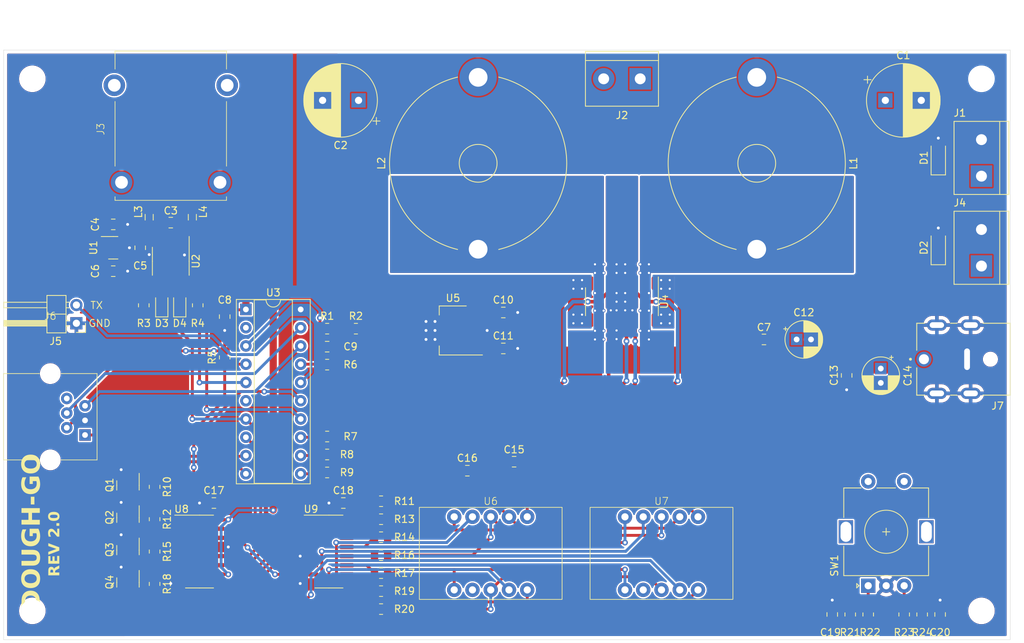
<source format=kicad_pcb>
(kicad_pcb (version 20221018) (generator pcbnew)
  (layers (0 "F.Cu" signal) (31 "B.Cu" signal) (34 "B.Paste" user) (35 "F.Paste" user) (36 "B.SilkS" user "B.Silkscreen") (37 "F.SilkS" user "F.Silkscreen") (38 "B.Mask" user) (39 "F.Mask" user) (44 "Edge.Cuts" user))
  (net 0 "")
  (net 1 "Net-(J2-Pin_1)")
  (net 2 "+12V")
  (net 3 "Net-(J2-Pin_2)")
  (net 4 "+5V")
  (net 5 "Net-(Q3-B)")
  (net 6 "Net-(Q3-C)")
  (net 7 "Net-(Q4-B)")
  (net 8 "Net-(Q4-C)")
  (net 9 "Net-(U2-T-)")
  (net 10 "Net-(U2-T+)")
  (net 11 "/CS")
  (net 12 "/VPP")
  (net 13 "Net-(D4-A)")
  (net 14 "Net-(J3-Pin_1)")
  (net 15 "Net-(J3-Pin_2)")
  (net 17 "Net-(Q1-B)")
  (net 18 "Net-(Q1-C)")
  (net 19 "Net-(Q2-B)")
  (net 20 "Net-(Q2-C)")
  (net 21 "Net-(U4-CS)")
  (net 22 "Net-(U4-PWM)")
  (net 23 "Net-(U4-SEL0)")
  (net 24 "+3.3V")
  (net 25 "/ICSPDAT")
  (net 26 "/ICSPCLK")
  (net 27 "/OUTB")
  (net 28 "/OUTA")
  (net 29 "/IN_A")
  (net 30 "Net-(U4-INA)")
  (net 31 "/IN_B")
  (net 32 "Net-(D3-A)")
  (net 33 "Net-(U4-INB)")
  (net 34 "/DIG_2")
  (net 35 "Net-(U9-Qf)")
  (net 36 "Net-(U9-Qg)")
  (net 37 "Net-(U9-Qa)")
  (net 38 "/DIG_1")
  (net 39 "Net-(U9-Qb)")
  (net 40 "/ENC_B")
  (net 41 "/ENC_A")
  (net 42 "/CS_TC")
  (net 43 "/SCK")
  (net 44 "/DIG_4")
  (net 45 "/DIG_3")
  (net 46 "/DB")
  (net 47 "Net-(U9-Qc)")
  (net 48 "/CS_SR")
  (net 49 "/SEL_0")
  (net 50 "/PWM")
  (net 51 "GND")
  (net 52 "Net-(U9-Qd)")
  (net 53 "/DC")
  (net 54 "/SEG_A")
  (net 55 "/SEG_B")
  (net 56 "/SEG_C")
  (net 57 "/SEG_D")
  (net 58 "/SEG_E")
  (net 59 "/SEG_F")
  (net 60 "/SEG_G")
  (net 61 "/TX")
  (net 62 "/MOSI")
  (net 63 "/MISO")
  (net 64 "Net-(U9-Qe)")
  (net 65 "/DD")
  (net 66 "/DA")
  (net 67 "Net-(R21-Pad1)")
  (net 69 "Net-(R23-Pad1)")
  (net 71 "unconnected-(U3-RC4-Pad6)")
  (footprint "TerminalBlock:TerminalBlock_bornier-2_P5.08mm" (layer "F.Cu") (at 183 32.54 90)
    (fp_text reference "J1")
    (fp_text value "FAN2")
  )
  (footprint "Capacitor_SMD:C_0805_2012Metric" (layer "F.Cu") (at 77.75 52.075 -90)
    (fp_text reference "C8")
    (fp_text value "100n")
  )
  (footprint "Capacitor_SMD:C_0805_2012Metric" (layer "F.Cu") (at 94.25 78 180)
    (fp_text reference "C18")
    (fp_text value "100n")
  )
  (footprint "TerminalBlock:TerminalBlock_bornier-2_P5.08mm" (layer "F.Cu") (at 183 45.04 90)
    (fp_text reference "J4")
    (fp_text value "FAN1")
  )
  (footprint "Capacitor_SMD:C_0805_2012Metric" (layer "F.Cu") (at 116.5 56.5)
    (fp_text reference "C11")
    (fp_text value "330n")
  )
  (footprint "Capacitor_SMD:C_0805_2012Metric" (layer "F.Cu") (at 116.5 51.5)
    (fp_text reference "C10")
    (fp_text value "100n")
  )
  (footprint "Resistor_SMD:R_0805_2012Metric" (layer "F.Cu") (at 77.75 57.75 90)
    (fp_text reference "R5")
    (fp_text value "50k")
  )
  (footprint "Resistor_SMD:R_0805_2012Metric" (layer "F.Cu") (at 99.5 82.75)
    (fp_text reference "R14")
    (fp_text value "R_US")
  )
  (footprint "Resistor_SMD:R_0805_2012Metric" (layer "F.Cu") (at 99.5 85.25)
    (fp_text reference "R16")
    (fp_text value "R_US")
  )
  (footprint "Resistor_SMD:R_0805_2012Metric" (layer "F.Cu") (at 99.5 87.75)
    (fp_text reference "R17")
    (fp_text value "R_US")
  )
  (footprint "Resistor_SMD:R_0805_2012Metric" (layer "F.Cu") (at 99.5 90.25)
    (fp_text reference "R19")
    (fp_text value "R_US")
  )
  (footprint "Resistor_SMD:R_0805_2012Metric" (layer "F.Cu") (at 99.5 92.75)
    (fp_text reference "R20")
    (fp_text value "R_US")
  )
  (footprint "Resistor_SMD:R_0805_2012Metric" (layer "F.Cu") (at 99.5 77.75)
    (fp_text reference "R11")
    (fp_text value "R_US")
  )
  (footprint "Resistor_SMD:R_0805_2012Metric" (layer "F.Cu") (at 99.5 80.25)
    (fp_text reference "R13")
    (fp_text value "R_US")
  )
  (footprint "Resistor_SMD:R_0805_2012Metric" (layer "F.Cu") (at 68 80.25 90)
    (fp_text reference "R12")
    (fp_text value "10k")
  )
  (footprint "Resistor_SMD:R_0805_2012Metric" (layer "F.Cu") (at 68 75.75 90)
    (fp_text reference "R10")
    (fp_text value "10k")
  )
  (footprint "Resistor_SMD:R_0805_2012Metric" (layer "F.Cu") (at 68 89.25 90)
    (fp_text reference "R18")
    (fp_text value "10k")
  )
  (footprint "Resistor_SMD:R_0805_2012Metric" (layer "F.Cu") (at 68 84.75 90)
    (fp_text reference "R15")
    (fp_text value "10k")
  )
  (footprint "Diode_SMD:D_SOD-123" (layer "F.Cu") (at 177 42.5 90)
    (fp_text reference "D2")
    (fp_text value "D")
  )
  (footprint "Diode_SMD:D_SOD-123" (layer "F.Cu") (at 177 30 90)
    (fp_text reference "D1")
    (fp_text value "D")
  )
  (footprint "Capacitor_SMD:C_0805_2012Metric" (layer "F.Cu") (at 177.25 93.5 -90)
    (fp_text reference "C20")
    (fp_text value "10n")
  )
  (footprint "Capacitor_SMD:C_0805_2012Metric" (layer "F.Cu") (at 162.25 93.5 -90)
    (fp_text reference "C19")
    (fp_text value "10n")
  )
  (footprint "Resistor_SMD:R_0805_2012Metric" (layer "F.Cu") (at 174.75 93.5 90)
    (fp_text reference "R24")
    (fp_text value "10k")
  )
  (footprint "Resistor_SMD:R_0805_2012Metric" (layer "F.Cu") (at 172.25 93.5 -90)
    (fp_text reference "R23")
    (fp_text value "10k")
  )
  (footprint "Resistor_SMD:R_0805_2012Metric" (layer "F.Cu") (at 167.25 93.5 -90)
    (fp_text reference "R22")
    (fp_text value "10k")
  )
  (footprint "Resistor_SMD:R_0805_2012Metric" (layer "F.Cu") (at 164.75 93.5 -90)
    (fp_text reference "R21")
    (fp_text value "10k")
  )
  (footprint "1_CUSTOM:RJ11" (layer "F.Cu") (at 53.5 66)
    (fp_text reference "J6")
    (fp_text value "6P6C")
  )
  (footprint "Resistor_SMD:R_0805_2012Metric" (layer "F.Cu") (at 92 58.75)
    (fp_text reference "R6")
    (fp_text value "1k")
  )
  (footprint "Package_DIP:DIP-20_W7.62mm_Socket" (layer "F.Cu") (at 80.7 51.075)
    (fp_text reference "U3")
    (fp_text value "PIC16F18344-P")
  )
  (footprint "Capacitor_SMD:C_0805_2012Metric" (layer "F.Cu") (at 118 72.25)
    (fp_text reference "C15")
    (fp_text value "1u")
  )
  (footprint "Capacitor_SMD:C_0805_2012Metric" (layer "F.Cu") (at 76.25 78 180)
    (fp_text reference "C17")
    (fp_text value "100n")
  )
  (footprint "Package_TO_SOT_SMD:SOT-23" (layer "F.Cu") (at 64.3 89.05 -90)
    (fp_text reference "Q4")
    (fp_text value "BC846")
  )
  (footprint "MountingHole:MountingHole_3.2mm_M3" (layer "F.Cu") (at 51 93)
    (fp_text reference "H3" hide)
    (fp_text value "MountingHole" hide)
  )
  (footprint "Resistor_SMD:R_0805_2012Metric" (layer "F.Cu") (at 92 53.75)
    (fp_text reference "R1")
    (fp_text value "10k")
  )
  (footprint "Inductor_SMD:L_0805_2012Metric" (layer "F.Cu") (at 73.25 38.25 90)
    (fp_text reference "L4")
    (fp_text value "470 ohm")
  )
  (footprint "Package_TO_SOT_SMD:SOT-23" (layer "F.Cu") (at 64.3 80.05 -90)
    (fp_text reference "Q2")
    (fp_text value "BC846")
  )
  (footprint "Resistor_SMD:R_0805_2012Metric" (layer "F.Cu") (at 92 71.25)
    (fp_text reference "R8")
    (fp_text value "1k")
  )
  (footprint "Connector_PinHeader_2.54mm:PinHeader_1x02_P2.54mm_Horizontal" (layer "F.Cu") (at 57.125 53 180)
    (fp_text reference "J5")
    (fp_text value "UART")
  )
  (footprint "Inductor_THT:L_Radial_D24.4mm_P23.90mm_Murata_1400series" (layer "F.Cu") (at 151.75 18.8 -90)
    (fp_text reference "L1")
    (fp_text value "10u")
  )
  (footprint "Capacitor_SMD:C_0805_2012Metric" (layer "F.Cu") (at 92 56.25)
    (fp_text reference "C9")
    (fp_text value "33n")
  )
  (footprint "Package_TO_SOT_SMD:SOT-23" (layer "F.Cu") (at 62.25 42.5)
    (fp_text reference "U1")
    (fp_text value "TLV76033")
  )
  (footprint "Capacitor_SMD:C_0805_2012Metric" (layer "F.Cu") (at 152.75 55.25)
    (fp_text reference "C7")
    (fp_text value "100n")
  )
  (footprint "1_CUSTOM:CUI_PJ-082BH" (layer "F.Cu") (at 184.25 58 90)
    (fp_text reference "J7")
    (fp_text value "PJ-082BH")
  )
  (footprint "Capacitor_THT:CP_Radial_D5.0mm_P2.00mm" (layer "F.Cu") (at 157.294888 55.25)
    (fp_text reference "C12")
    (fp_text value "220u")
  )
  (footprint "Package_TO_SOT_SMD:SOT-23" (layer "F.Cu") (at 64.3 84.55 -90)
    (fp_text reference "Q3")
    (fp_text value "BC846")
  )
  (footprint "Capacitor_THT:CP_Radial_D5.0mm_P2.00mm" (layer "F.Cu") (at 169 59.294888 -90)
    (fp_text reference "C14")
    (fp_text value "100u")
  )
  (footprint "Capacitor_SMD:C_0805_2012Metric" (layer "F.Cu") (at 111.5 73.5 180)
    (fp_text reference "C16")
    (fp_text value "1u")
  )
  (footprint "Diode_SMD:D_SOD-323" (layer "F.Cu") (at 71.5 50.5 90)
    (fp_text reference "D4")
    (fp_text value "1N4148")
  )
  (footprint "1_CUSTOM:LTD-4708JR" (layer "F.Cu") (at 114.75 85)
    (fp_text reference "U6")
    (fp_text value "LTD-4708JR")
  )
  (footprint "TerminalBlock:TerminalBlock_bornier-2_P5.08mm" (layer "F.Cu") (at 135.54 19 180)
    (fp_text reference "J2")
    (fp_text value "TEC")
  )
  (footprint "Resistor_SMD:R_0805_2012Metric" (layer "F.Cu") (at 96 53.75 180)
    (fp_text reference "R2")
    (fp_text value "1.5k")
  )
  (footprint "1_CUSTOM:PCC-SMP" (layer "F.Cu") (at 70.25 33.4 90)
    (fp_text reference "J3")
    (fp_text value "TC")
  )
  (footprint "Capacitor_THT:CP_Radial_D10.0mm_P5.00mm" (layer "F.Cu") (at 96.367677 22 180)
    (fp_text reference "C2")
    (fp_text value "470u")
  )
  (footprint "Package_TO_SOT_SMD:SOT-223" (layer "F.Cu") (at 109.5 54 180)
    (fp_text reference "U5")
    (fp_text value "uA7805")
  )
  (footprint "MountingHole:MountingHole_3.2mm_M3" (layer "F.Cu") (at 183 93)
    (fp_text reference "H4" hide)
    (fp_text value "MountingHole" hide)
  )
  (footprint "Resistor_SMD:R_0805_2012Metric" (layer "F.Cu") (at 74 50.5 90)
    (fp_text reference "R4")
    (fp_text value "10k")
  )
  (footprint "Capacitor_SMD:C_0805_2012Metric" (layer "F.Cu") (at 62.25 39.25)
    (fp_text reference "C4")
    (fp_text value "100n")
  )
  (footprint "Capacitor_SMD:C_0805_2012Metric" (layer "F.Cu") (at 66 42.5 -90)
    (fp_text reference "C5")
    (fp_text value "100n")
  )
  (footprint "Inductor_THT:L_Radial_D24.4mm_P23.90mm_Murata_1400series" (layer "F.Cu") (at 113 42.7 90)
    (fp_text reference "L2")
    (fp_text value "10u")
  )
  (footprint "Rotary_Encoder:RotaryEncoder_Alps_EC11E-Switch_Vertical_H20mm" (layer "F.Cu") (at 167.25 89.5 90)
    (fp_text reference "SW1")
    (fp_text value "RotaryEncoder")
  )
  (footprint "Resistor_SMD:R_0805_2012Metric" (layer "F.Cu") (at 66.5 50.5 90)
    (fp_text reference "R3")
    (fp_text value "10k")
  )
  (footprint "Capacitor_SMD:C_0805_2012Metric" (layer "F.Cu") (at 62.25 45.75)
    (fp_text reference "C6")
    (fp_text value "100n")
  )
  (footprint "Resistor_SMD:R_0805_2012Metric" (layer "F.Cu") (at 92 73.75)
    (fp_text reference "R9")
    (fp_text value "1k")
  )
  (footprint "Inductor_SMD:L_0805_2012Metric" (layer "F.Cu") (at 67.25 38.25 90)
    (fp_text reference "L3")
    (fp_text value "470 ohm")
  )
  (footprint "Capacitor_SMD:C_0805_2012Metric" (layer "F.Cu") (at 164.25 60.25 -90)
    (fp_text reference "C13")
    (fp_text value "4.7u")
  )
  (footprint "Capacitor_SMD:C_0805_2012Metric" (layer "F.Cu") (at 70.25 39 180)
    (fp_text reference "C3")
    (fp_text value "10n")
  )
  (footprint "MountingHole:MountingHole_3.2mm_M3" (layer "F.Cu") (at 51 19)
    (fp_text reference "H1" hide)
    (fp_text value "MountingHole" hide)
  )
  (footprint "Capacitor_THT:CP_Radial_D10.0mm_P5.00mm" (layer "F.Cu") (at 169.632323 22)
    (fp_text reference "C1")
    (fp_text value "470u")
  )
  (footprint "Package_SO:SOIC-16_3.9x9.9mm_P1.27mm" (layer "F.Cu") (at 92.25 84.75)
    (fp_text reference "U9")
    (fp_text value "4511")
  )
  (footprint "Package_SO:SOIC-8_3.9x4.9mm_P1.27mm" (layer "F.Cu") (at 70.25 44.375 -90)
    (fp_text reference "U2")
    (fp_text value "MAX31855KASA")
  )
  (footprint "1_CUSTOM:LTD-4708JR" (layer "F.Cu") (at 138.5 85)
    (fp_text reference "U7")
    (fp_text value "LTD-4708JR")
  )
  (footprint "Package_SO:SOIC-16_3.9x9.9mm_P1.27mm" (layer "F.Cu") (at 74.25 84.75)
    (fp_text reference "U8")
    (fp_text value "74AHC595")
  )
  (footprint "Resistor_SMD:R_0805_2012Metric" (layer "F.Cu") (at 92 68.75)
    (fp_text reference "R7")
    (fp_text value "1k")
  )
  (footprint "Diode_SMD:D_SOD-323" (layer "F.Cu") (at 69 50.5 90)
    (fp_text reference "D3")
    (fp_text value "1N4148")
  )
  (footprint "Package_SO:SO-16_3.9x9.9mm_P1.27mm" (layer "F.Cu") (at 133 50 -90)
    (fp_text reference "U4")
    (fp_text value "VNH7070ASTR")
  )
  (footprint "Package_TO_SOT_SMD:SOT-23" (layer "F.Cu") (at 64.3 75.55 -90)
    (fp_text reference "Q1")
    (fp_text value "BC846")
  )
  (footprint "MountingHole:MountingHole_3.2mm_M3" (layer "F.Cu") (at 183 19)
    (fp_text reference "H2" hide)
    (fp_text value "MountingHole" hide)
  )
  (gr_line (start 47 97) (end 47 15) (stroke (width 0.05)) (layer "Edge.Cuts"))
  (gr_line (start 187 97) (end 47 97) (stroke (width 0.05)) (layer "Edge.Cuts"))
  (gr_line (start 187 15) (end 187 97) (stroke (width 0.05)) (layer "Edge.Cuts"))
  (gr_line (start 47 15) (end 187 15) (stroke (width 0.05)) (layer "Edge.Cuts"))
  (gr_text "DOUGH-GO" (at 51 82 90) (layer "F.SilkS") (effects (font (size 2.5 2.5) (thickness 0.5) bold)))
  (gr_text "GND" (at 58.75 53) (layer "F.SilkS") (effects (font (size 1 1) (thickness 0.125)) (justify left)))
  (gr_text "TX" (at 59 50.5) (layer "F.SilkS") (effects (font (size 1 1) (thickness 0.125)) (justify left)))
  (gr_text "REV 2.0" (at 55 88.25 90) (layer "F.SilkS") (effects (font (size 1.5 1.5) (thickness 0.3) bold) (justify left bottom)))
  (via (at 132.25 55.2) (size 0.5) (drill 0.3) (layers "F.Cu" "B.Cu") (net 2))
  (via (at 134.45 51.2) (size 0.5) (drill 0.3) (layers "F.Cu" "B.Cu") (net 2))
  (via (at 133.45 44.8) (size 0.5) (drill 0.3) (layers "F.Cu" "B.Cu") (net 2))
  (via (at 133.45 48.8) (size 0.5) (drill 0.3) (layers "F.Cu" "B.Cu") (net 2))
  (via (at 132.25 48.8) (size 0.5) (drill 0.3) (layers "F.Cu" "B.Cu") (net 2))
  (via (at 133.45 46) (size 0.5) (drill 0.3) (layers "F.Cu" "B.Cu") (net 2))
  (via (at 132.25 44.8) (size 0.5) (drill 0.3) (layers "F.Cu" "B.Cu") (net 2))
  (via (at 132.25 51.2) (size 0.5) (drill 0.3) (layers "F.Cu" "B.Cu") (net 2))
  (via (at 131.45 51.2) (size 0.5) (drill 0.3) (layers "F.Cu" "B.Cu") (net 2))
  (via (at 133.45 51.2) (size 0.5) (drill 0.3) (layers "F.Cu" "B.Cu") (net 2))
  (via (at 133.45 50) (size 0.5) (drill 0.3) (layers "F.Cu" "B.Cu") (net 2))
  (via (at 132.25 54) (size 0.5) (drill 0.3) (layers "F.Cu" "B.Cu") (net 2))
  (via (at 132.25 46) (size 0.5) (drill 0.3) (layers "F.Cu" "B.Cu") (net 2))
  (via (at 132.25 50) (size 0.5) (drill 0.3) (layers "F.Cu" "B.Cu") (net 2))
  (segment (start 80.7 48.8) (end 80.7 51.075) (width 1) (layer "F.Cu") (net 4))
  (segment (start 93.695 80.305) (end 91.155 82.845) (width 0.4) (layer "F.Cu") (net 4))
  (segment (start 95.15 76.5) (end 95.2 76.55) (width 1) (layer "F.Cu") (net 4))
  (segment (start 90.68 84.115) (end 91.155 83.64) (width 0.4) (layer "F.Cu") (net 4))
  (segment (start 61.3125 43.45) (end 61.3625 43.5) (width 1) (layer "F.Cu") (net 4))
  (segment (start 95.5 76.25) (end 143.25 76.25) (width 0.4) (layer "F.Cu") (net 4))
  (segment (start 95.2 76.55) (end 95.5 76.25) (width 0.4) (layer "F.Cu") (net 4))
  (segment (start 77.75 56.8375) (end 76.25 56.8375) (width 0.4) (layer "F.Cu") (net 4))
  (segment (start 76.725 80.305) (end 78.25 80.305) (width 0.4) (layer "F.Cu") (net 4))
  (segment (start 61.3 45.75) (end 61.3 43.4625) (width 0.5) (layer "F.Cu") (net 4))
  (segment (start 167.25 93.75) (end 167.25 94.4125) (width 0.4) (layer "F.Cu") (net 4))
  (segment (start 77.75 51.125) (end 79.25 51.125) (width 0.4) (layer "F.Cu") (net 4))
  (segment (start 95.2 76.55) (end 95.2 78) (width 1) (layer "F.Cu") (net 4))
  (segment (start 84.5 76.5) (end 95.15 76.5) (width 1) (layer "F.Cu") (net 4))
  (segment (start 63.75 43.5) (end 65.25 45) (width 1) (layer "F.Cu") (net 4))
  (segment (start 64.274556 56.8375) (end 72.3375 56.8375) (width 0.4) (layer "F.Cu") (net 4))
  (segment (start 109.7 51.7) (end 112.65 51.7) (width 1) (layer "F.Cu") (net 4))
  (segment (start 55.786 67.524) (end 57 66.31) (width 0.4) (layer "F.Cu") (net 4))
  (segment (start 77.75 56.8375) (end 77.75 55.575) (width 0.4) (layer "F.Cu") (net 4))
  (segment (start 94.725 80.305) (end 93.695 80.305) (width 0.4) (layer "F.Cu") (net 4))
  (segment (start 77.2 78) (end 77.2 80.2) (width 0.5) (layer "F.Cu") (net 4))
  (segment (start 167.25 94.4125) (end 172.25 94.4125) (width 0.4) (layer "F.Cu") (net 4))
  (segment (start 77.75 55.575) (end 79.25 54.075) (width 0.4) (layer "F.Cu") (net 4))
  (segment (start 57 64.112056) (end 64.274556 56.8375) (width 0.4) (layer "F.Cu") (net 4))
  (segment (start 80.65 48.75) (end 84.5 48.75) (width 1) (layer "F.Cu") (net 4))
  (segment (start 76.725 87.925) (end 78.25 87.925) (width 0.4) (layer "F.Cu") (net 4))
  (segment (start 106.75 48.75) (end 109.7 51.7) (width 1) (layer "F.Cu") (net 4))
  (segment (start 167 93.5) (end 167.25 93.75) (width 0.4) (layer "F.Cu") (net 4))
  (segment (start 84.5 76.5) (end 84.5 48.75) (width 1) (layer "F.Cu") (net 4))
  (segment (start 89.775 84.115) (end 90.68 84.115) (width 0.4) (layer "F.Cu") (net 4))
  (segment (start 61.3625 43.5) (end 63.75 43.5) (width 1) (layer "F.Cu") (net 4))
  (segment (start 57 66.31) (end 57 64.112056) (width 0.4) (layer "F.Cu") (net 4))
  (segment (start 160.5 93.5) (end 167 93.5) (width 0.4) (layer "F.Cu") (net 4))
  (segment (start 95.2 78) (end 95.2 80.2) (width 1) (layer "F.Cu") (net 4))
  (segment (start 76.9 45) (end 80.65 48.75) (width 1) (layer "F.Cu") (net 4))
  (segment (start 84.5 79) (end 84.5 76.5) (width 1) (layer "F.Cu") (net 4))
  (segment (start 143.25 76.25) (end 160.5 93.5) (width 0.4) (layer "F.Cu") (net 4))
  (segment (start 65.25 45) (end 76.9 45) (width 1) (layer "F.Cu") (net 4))
  (segment (start 79.25 51.125) (end 80.65 51.125) (width 0.4) (layer "F.Cu") (net 4))
  (segment (start 79.25 54.075) (end 79.25 51.125) (width 0.4) (layer "F.Cu") (net 4))
  (segment (start 91.155 83.64) (end 91.155 82.845) (width 0.4) (layer "F.Cu") (net 4))
  (segment (start 91.155 82.845) (end 89.775 82.845) (width 0.4) (layer "F.Cu") (net 4))
  (segment (start 84.5 48.75) (end 106.75 48.75) (width 1) (layer "F.Cu") (net 4))
  (via (at 72.3375 56.8375) (size 0.8) (drill 0.4) (layers "F.Cu" "B.Cu") (net 4))
  (via (at 76.25 56.8375) (size 0.8) (drill 0.4) (layers "F.Cu" "B.Cu") (net 4))
  (via (at 78.25 80.305) (size 0.8) (drill 0.4) (layers "F.Cu" "B.Cu") (net 4))
  (via (at 84.5 79) (size 0.8) (drill 0.4) (layers "F.Cu" "B.Cu") (net 4))
  (via (at 78.25 87.925) (size 0.8) (drill 0.4) (layers "F.Cu" "B.Cu") (net 4))
  (segment (start 78.25 80.305) (end 79.555 79) (width 0.4) (layer "B.Cu") (net 4))
  (segment (start 78.25 80.305) (end 77.25 81.305) (width 0.4) (layer "B.Cu") (net 4))
  (segment (start 77.25 86.925) (end 78.25 87.925) (width 0.4) (layer "B.Cu") (net 4))
  (segment (start 79.555 79) (end 84.5 79) (width 0.4) (layer "B.Cu") (net 4))
  (segment (start 77.25 81.305) (end 77.25 86.925) (width 0.4) (layer "B.Cu") (net 4))
  (segment (start 76.25 56.8375) (end 72.3375 56.8375) (width 0.4) (layer "B.Cu") (net 4))
  (segment (start 68 83.8375) (end 65.475 83.8375) (width 0.4) (layer "F.Cu") (net 5))
  (segment (start 62.25 86.25) (end 63.0125 85.4875) (width 0.4) (layer "F.Cu") (net 6))
  (segment (start 88.815686 93) (end 65.25 93) (width 0.4) (layer "F.Cu") (net 6))
  (segment (start 63.0125 85.4875) (end 64.3 85.4875) (width 0.4) (layer "F.Cu") (net 6))
  (segment (start 91.25 84.720564) (end 91.25 90.565686) (width 0.4) (layer "F.Cu") (net 6))
  (segment (start 62.25 90) (end 62.25 86.25) (width 0.4) (layer "F.Cu") (net 6))
  (segment (start 91.25 90.565686) (end 88.815686 93) (width 0.4) (layer "F.Cu") (net 6))
  (segment (start 65.25 93) (end 62.25 90) (width 0.4) (layer "F.Cu") (net 6))
  (via (at 91.25 84.720564) (size 0.8) (drill 0.4) (layers "F.Cu" "B.Cu") (net 6))
  (segment (start 133.529436 84.720564) (end 135.96 82.29) (width 0.4) (layer "B.Cu") (net 6))
  (segment (start 135.96 82.29) (end 135.96 79.92) (width 0.4) (layer "B.Cu") (net 6))
  (segment (start 91.25 84.720564) (end 133.529436 84.720564) (width 0.4) (layer "B.Cu") (net 6))
  (segment (start 68 88.3375) (end 65.475 88.3375) (width 0.4) (layer "F.Cu") (net 7))
  (segment (start 64.3 91.1125) (end 64.3 89.9875) (width 0.4) (layer "F.Cu") (net 8))
  (segment (start 65.4375 92.25) (end 64.3 91.1125) (width 0.4) (layer "F.Cu") (net 8))
  (segment (start 89.75 90.75) (end 88.25 92.25) (width 0.4) (layer "F.Cu") (net 8))
  (segment (start 88.25 92.25) (end 65.4375 92.25) (width 0.4) (layer "F.Cu") (net 8))
  (via (at 89.75 90.75) (size 0.8) (drill 0.4) (layers "F.Cu" "B.Cu") (net 8))
  (segment (start 89.75 88.25) (end 92 86) (width 0.4) (layer "B.Cu") (net 8))
  (segment (start 92 86) (end 136.96 86) (width 0.4) (layer "B.Cu") (net 8))
  (segment (start 136.96 86) (end 141.04 90.08) (width 0.4) (layer "B.Cu") (net 8))
  (segment (start 89.75 90.75) (end 89.75 88.25) (width 0.4) (layer "B.Cu") (net 8))
  (segment (start 91.0875 56.2125) (end 91.05 56.25) (width 0.4) (layer "F.Cu") (net 11))
  (segment (start 91.0875 53.75) (end 91.0875 56.2125) (width 0.4) (layer "F.Cu") (net 11))
  (segment (start 91 52.25) (end 91 53.6625) (width 0.4) (layer "F.Cu") (net 11))
  (segment (start 91 53.6625) (end 91.0875 53.75) (width 0.4) (layer "F.Cu") (net 11))
  (via (at 91 52.25) (size 0.8) (drill 0.4) (layers "F.Cu" "B.Cu") (net 11))
  (segment (start 89.625 49.875) (end 91 51.25) (width 0.4) (layer "B.Cu") (net 11))
  (segment (start 80.7 56.155) (end 86.98 49.875) (width 0.4) (layer "B.Cu") (net 11))
  (segment (start 91 51.25) (end 91 52.25) (width 0.4) (layer "B.Cu") (net 11))
  (segment (start 86.98 49.875) (end 89.625 49.875) (width 0.4) (layer "B.Cu") (net 11))
  (segment (start 80.7 58.695) (end 77.7925 58.695) (width 0.4) (layer "F.Cu") (net 12))
  (segment (start 72.841371 68.54) (end 58.326 68.54) (width 0.4) (layer "F.Cu") (net 12))
  (segment (start 77.75 63.631371) (end 72.841371 68.54) (width 0.4) (layer "F.Cu") (net 12))
  (segment (start 77.75 58.6625) (end 77.75 63.631371) (width 0.4) (layer "F.Cu") (net 12))
  (segment (start 69.615 48.615) (end 70.45 49.45) (width 0.4) (layer "F.Cu") (net 13))
  (segment (start 71.5 49.45) (end 73.8625 49.45) (width 0.4) (layer "F.Cu") (net 13))
  (segment (start 70.45 49.45) (end 71.5 49.45) (width 0.4) (layer "F.Cu") (net 13))
  (segment (start 69.615 46.85) (end 69.615 48.615) (width 0.4) (layer "F.Cu") (net 13))
  (segment (start 68 74.8375) (end 65.475 74.8375) (width 0.4) (layer "F.Cu") (net 17))
  (segment (start 63.0125 76.4875) (end 64.3 76.4875) (width 0.4) (layer "F.Cu") (net 18))
  (segment (start 90 94.5) (end 64.75 94.5) (width 0.4) (layer "F.Cu") (net 18))
  (segment (start 93.3 83.55) (end 93.3 91.2) (width 0.4) (layer "F.Cu") (net 18))
  (segment (start 64.75 94.5) (end 60.75 90.5) (width 0.4) (layer "F.Cu") (net 18))
  (segment (start 60.75 90.5) (end 60.75 78.75) (width 0.4) (layer "F.Cu") (net 18))
  (segment (start 93.3 91.2) (end 90 94.5) (width 0.4) (layer "F.Cu") (net 18))
  (segment (start 60.75 78.75) (end 63.0125 76.4875) (width 0.4) (layer "F.Cu") (net 18))
  (segment (start 93.25 83.5) (end 93.3 83.55) (width 0.4) (layer "F.Cu") (net 18))
  (via (at 93.25 83.5) (size 0.8) (drill 0.4) (layers "F.Cu" "B.Cu") (net 18))
  (segment (start 108.63 83.5) (end 112.21 79.92) (width 0.4) (layer "B.Cu") (net 18))
  (segment (start 112.25 79.88) (end 112.21 79.92) (width 0.4) (layer "B.Cu") (net 18))
  (segment (start 93.25 83.5) (end 108.63 83.5) (width 0.4) (layer "B.Cu") (net 18))
  (segment (start 68 79.3375) (end 65.475 79.3375) (width 0.4) (layer "F.Cu") (net 19))
  (segment (start 61.5 82.5) (end 63.0125 80.9875) (width 0.4) (layer "F.Cu") (net 20))
  (segment (start 92.25 91) (end 89.5 93.75) (width 0.4) (layer "F.Cu") (net 20))
  (segment (start 89.5 93.75) (end 65 93.75) (width 0.4) (layer "F.Cu") (net 20))
  (segment (start 63.0125 80.9875) (end 64.3 80.9875) (width 0.4) (layer "F.Cu") (net 20))
  (segment (start 61.5 90.25) (end 61.5 82.5) (width 0.4) (layer "F.Cu") (net 20))
  (segment (start 65 93.75) (end 61.5 90.25) (width 0.4) (layer "F.Cu") (net 20))
  (segment (start 92.25 87.25) (end 92.25 91) (width 0.4) (layer "F.Cu") (net 20))
  (via (at 92.25 87.25) (size 0.8) (drill 0.4) (layers "F.Cu" "B.Cu") (net 20))
  (segment (start 114.46 87.25) (end 117.29 90.08) (width 0.4) (layer "B.Cu") (net 20))
  (segment (start 92.25 87.25) (end 114.46 87.25) (width 0.4) (layer "B.Cu") (net 20))
  (segment (start 92.9125 53.75) (end 95.0875 53.75) (width 0.4) (layer "F.Cu") (net 21))
  (segment (start 133.635 52.575) (end 133.635 55.5) (width 0.5) (layer "F.Cu") (net 21))
  (segment (start 133.635 61) (end 127.135 67.5) (width 0.5) (layer "F.Cu") (net 21))
  (segment (start 127.135 67.5) (end 118.5 67.5) (width 0.5) (layer "F.Cu") (net 21))
  (via (at 133.635 55.5) (size 0.8) (drill 0.4) (layers "F.Cu" "B.Cu") (net 21))
  (via (at 133.635 61) (size 0.8) (drill 0.4) (layers "F.Cu" "B.Cu") (net 21))
  (segment (start 133.635 55.5) (end 133.635 61) (width 0.5) (layer "B.Cu") (net 21))
  (segment (start 131.095 52.575) (end 131.15 52.63) (width 0.5) (layer "F.Cu") (net 22))
  (segment (start 126.5 66.5) (end 118.5 66.5) (width 0.5) (layer "F.Cu") (net 22))
  (segment (start 131.15 52.63) (end 131.15 61.85) (width 0.5) (layer "F.Cu") (net 22))
  (segment (start 131.15 61.85) (end 126.5 66.5) (width 0.5) (layer "F.Cu") (net 22))
  (segment (start 134.85 61) (end 134.85 61.4) (width 0.5) (layer "F.Cu") (net 23))
  (segment (start 134.85 55.5) (end 134.85 52.63) (width 0.5) (layer "F.Cu") (net 23))
  (segment (start 134.85 52.63) (end 134.905 52.575) (width 0.5) (layer "F.Cu") (net 23))
  (segment (start 127.75 68.5) (end 118.5 68.5) (width 0.5) (layer "F.Cu") (net 23))
  (segment (start 134.85 61.4) (end 127.75 68.5) (width 0.5) (layer "F.Cu") (net 23))
  (via (at 134.85 55.5) (size 0.8) (drill 0.4) (layers "F.Cu" "B.Cu") (net 23))
  (via (at 134.85 61) (size 0.8) (drill 0.4) (layers "F.Cu" "B.Cu") (net 23))
  (segment (start 134.85 55.5) (end 134.85 61) (width 0.5) (layer "B.Cu") (net 23))
  (segment (start 64.4125 51.4125) (end 66.5 51.4125) (width 0.5) (layer "F.Cu") (net 24))
  (segment (start 61.3125 41.55) (end 68.3 41.55) (width 0.5) (layer "F.Cu") (net 24))
  (segment (start 68.3 41.55) (end 68.345 41.595) (width 0.5) (layer "F.Cu") (net 24))
  (segment (start 60 47) (end 64.4125 51.4125) (width 0.5) (layer "F.Cu") (net 24))
  (segment (start 60 42) (end 60 47) (width 0.5) (layer "F.Cu") (net 24))
  (segment (start 66.8 51.55) (end 66 51.55) (width 0.4) (layer "F.Cu") (net 24))
  (segment (start 67.5875 51.4125) (end 68.5 50.5) (width 0.5) (layer "F.Cu") (net 24))
  (segment (start 72 50.5) (end 72.9125 51.4125) (width 0.5) (layer "F.Cu") (net 24))
  (segment (start 68.5 50.5) (end 72 50.5) (width 0.5) (layer "F.Cu") (net 24))
  (segment (start 66.5 51.4125) (end 67.5875 51.4125) (width 0.5) (layer "F.Cu") (net 24))
  (segment (start 61.3 39.25) (end 61.3 41.5375) (width 0.5) (layer "F.Cu") (net 24))
  (segment (start 61.3125 41.55) (end 60.45 41.55) (width 0.5) (layer "F.Cu") (net 24))
  (segment (start 60.45 41.55) (end 60 42) (width 0.5) (layer "F.Cu") (net 24))
  (segment (start 72.9125 51.4125) (end 74 51.4125) (width 0.5) (layer "F.Cu") (net 24))
  (segment (start 81.935 60) (end 61.112056 60) (width 0.4) (layer "B.Cu") (net 25))
  (segment (start 88.32 53.615) (end 81.935 60) (width 0.4) (layer "B.Cu") (net 25))
  (segment (start 61.112056 60) (end 55.786 65.326056) (width 0.4) (layer "B.Cu") (net 25))
  (segment (start 55.786 65.326056) (end 55.786 65.492) (width 0.4) (layer "B.Cu") (net 25))
  (segment (start 81.975 62.5) (end 60.302 62.5) (width 0.4) (layer "B.Cu") (net 26))
  (segment (start 88.32 56.155) (end 81.975 62.5) (width 0.4) (layer "B.Cu") (net 26))
  (segment (start 60.302 62.5) (end 58.326 64.476) (width 0.4) (layer "B.Cu") (net 26))
  (via (at 129.25 44.8) (size 0.5) (drill 0.3) (layers "F.Cu" "B.Cu") (net 27))
  (via (at 130.45 46) (size 0.5) (drill 0.3) (layers "F.Cu" "B.Cu") (net 27))
  (via (at 129.25 54.05) (size 0.5) (drill 0.3) (layers "F.Cu" "B.Cu") (net 27))
  (via (at 130.45 51.25) (size 0.5) (drill 0.3) (layers "F.Cu" "B.Cu") (net 27))
  (via (at 129.25 46) (size 0.5) (drill 0.3) (layers "F.Cu" "B.Cu") (net 27))
  (via (at 130.45 55.25) (size 0.5) (drill 0.3) (layers "F.Cu" "B.Cu") (net 27))
  (via (at 130.45 44.8) (size 0.5) (drill 0.3) (layers "F.Cu" "B.Cu") (net 27))
  (via (at 129.25 55.25) (size 0.5) (drill 0.3) (layers "F.Cu" "B.Cu") (net 27))
  (via (at 129.25 48.8) (size 0.5) (drill 0.3) (layers "F.Cu" "B.Cu") (net 27))
  (via (at 130.45 54.05) (size 0.5) (drill 0.3) (layers "F.Cu" "B.Cu") (net 27))
  (via (at 129.25 51.25) (size 0.5) (drill 0.3) (layers "F.Cu" "B.Cu") (net 27))
  (via (at 136.75 54.05) (size 0.5) (drill 0.3) (layers "F.Cu" "B.Cu") (net 28))
  (via (at 136.75 46) (size 0.5) (drill 0.3) (layers "F.Cu" "B.Cu") (net 28))
  (via (at 136.75 55.25) (size 0.5) (drill 0.3) (layers "F.Cu" "B.Cu") (net 28))
  (via (at 135.55 44.8) (size 0.5) (drill 0.3) (layers "F.Cu" "B.Cu") (net 28))
  (via (at 136.75 44.8) (size 0.5) (drill 0.3) (layers "F.Cu" "B.Cu") (net 28))
  (via (at 136.75 48.8) (size 0.5) (drill 0.3) (layers "F.Cu" "B.Cu") (net 28))
  (via (at 135.55 46) (size 0.5) (drill 0.3) (layers "F.Cu" "B.Cu") (net 28))
  (via (at 135.55 51.25) (size 0.5) (drill 0.3) (layers "F.Cu" "B.Cu") (net 28))
  (via (at 136.75 51.25) (size 0.5) (drill 0.3) (layers "F.Cu" "B.Cu") (net 28))
  (via (at 135.55 54.05) (size 0.5) (drill 0.3) (layers "F.Cu" "B.Cu") (net 28))
  (segment (start 88.32 71.395) (end 90.9425 71.395) (width 0.4) (layer "F.Cu") (net 29))
  (segment (start 88.355 71.395) (end 88.32 71.395) (width 0.4) (layer "B.Cu") (net 29))
  (segment (start 132.25 69.5) (end 118.5 69.5) (width 0.5) (layer "F.Cu") (net 30))
  (segment (start 140.75 61) (end 132.25 69.5) (width 0.5) (layer "F.Cu") (net 30))
  (segment (start 136.25 50) (end 137.75 50) (width 0.5) (layer "F.Cu") (net 30))
  (segment (start 134.905 48.655) (end 136.25 50) (width 0.5) (layer "F.Cu") (net 30))
  (segment (start 134.905 47.425) (end 134.85 47.37) (width 0.5) (layer "F.Cu") (net 30))
  (segment (start 134.905 47.425) (end 134.905 48.655) (width 0.5) (layer "F.Cu") (net 30))
  (via (at 140.75 61) (size 0.8) (drill 0.4) (layers "F.Cu" "B.Cu") (net 30))
  (via (at 137.75 50) (size 0.8) (drill 0.4) (layers "F.Cu" "B.Cu") (net 30))
  (segment (start 137.75 50) (end 139.5 50) (width 0.5) (layer "B.Cu") (net 30))
  (segment (start 140.75 51.25) (end 140.75 61) (width 0.5) (layer "B.Cu") (net 30))
  (segment (start 139.5 50) (end 140.75 51.25) (width 0.5) (layer "B.Cu") (net 30))
  (segment (start 88.32 73.935) (end 90.9025 73.935) (width 0.4) (layer "F.Cu") (net 31))
  (segment (start 69 48.75) (end 69 49.45) (width 0.4) (layer "F.Cu") (net 32))
  (segment (start 68.345 48.095) (end 69 48.75) (width 0.4) (layer "F.Cu") (net 32))
  (segment (start 69 49.45) (end 66.6375 49.45) (width 0.4) (layer "F.Cu") (net 32))
  (segment (start 68.345 46.85) (end 68.345 48.095) (width 0.4) (layer "F.Cu") (net 32))
  (segment (start 128.25 50) (end 129.75 50) (width 0.5) (layer "F.Cu") (net 33))
  (segment (start 129.75 50) (end 131.095 48.655) (width 0.5) (layer "F.Cu") (net 33))
  (segment (start 131.095 47.425) (end 131.15 47.37) (width 0.5) (layer "F.Cu") (net 33))
  (segment (start 120.75 65.25) (end 118.5 65.25) (width 0.5) (layer "F.Cu") (net 33))
  (segment (start 125 61) (end 120.75 65.25) (width 0.5) (layer "F.Cu") (net 33))
  (segment (start 131.095 48.655) (end 131.095 47.425) (width 0.5) (layer "F.Cu") (net 33))
  (via (at 125 61) (size 0.8) (drill 0.4) (layers "F.Cu" "B.Cu") (net 33))
  (via (at 128.25 50) (size 0.8) (drill 0.4) (layers "F.Cu" "B.Cu") (net 33))
  (segment (start 126.2 50) (end 125 51.2) (width 0.5) (layer "B.Cu") (net 33))
  (segment (start 125 51.2) (end 125 61) (width 0.5) (layer "B.Cu") (net 33))
  (segment (start 128.25 50) (end 126.2 50) (width 0.5) (layer "B.Cu") (net 33))
  (segment (start 68.9125 81.1625) (end 68 81.1625) (width 0.4) (layer "F.Cu") (net 34))
  (segment (start 71.775 85.385) (end 70.385 85.385) (width 0.4) (layer "F.Cu") (net 34))
  (segment (start 70.385 85.385) (end 69.25 84.25) (width 0.4) (layer "F.Cu") (net 34))
  (segment (start 69.25 84.25) (end 69.25 81.5) (width 0.4) (layer "F.Cu") (net 34))
  (segment (start 69.25 81.5) (end 68.9125 81.1625) (width 0.4) (layer "F.Cu") (net 34))
  (segment (start 96.1 81.575) (end 94.725 81.575) (width 0.4) (layer "F.Cu") (net 35))
  (segment (start 97.25 79.0875) (end 97.25 80.425) (width 0.4) (layer "F.Cu") (net 35))
  (segment (start 98.5875 77.75) (end 97.25 79.0875) (width 0.4) (layer "F.Cu") (net 35))
  (segment (start 97.25 80.425) (end 96.1 81.575) (width 0.4) (layer "F.Cu") (net 35))
  (segment (start 98.5875 80.25) (end 95.9925 82.845) (width 0.4) (layer "F.Cu") (net 36))
  (segment (start 95.9925 82.845) (end 94.725 82.845) (width 0.4) (layer "F.Cu") (net 36))
  (segment (start 97.2225 84.115) (end 94.725 84.115) (width 0.4) (layer "F.Cu") (net 37))
  (segment (start 98.5875 82.75) (end 97.2225 84.115) (width 0.4) (layer "F.Cu") (net 37))
  (segment (start 70 83.5) (end 70.615 84.115) (width 0.4) (layer "F.Cu") (net 38))
  (segment (start 70 77.5) (end 70 83.5) (width 0.4) (layer "F.Cu") (net 38))
  (segment (start 69.1625 76.6625) (end 70 77.5) (width 0.4) (layer "F.Cu") (net 38))
  (segment (start 70.615 84.115) (end 71.775 84.115) (width 0.4) (layer "F.Cu") (net 38))
  (segment (start 68 76.6625) (end 69.1625 76.6625) (width 0.4) (layer "F.Cu") (net 38))
  (segment (start 98.4525 85.385) (end 95.8 85.385) (width 0.4) (layer "F.Cu") (net 39))
  (segment (start 80.595 71.5) (end 62 71.5) (width 0.4) (layer "F.Cu") (net 40))
  (segment (start 174.7875 94.45) (end 174.75 94.4125) (width 0.4) (layer "F.Cu") (net 40))
  (segment (start 174.75 95.290625) (end 174.75 94.4125) (width 0.4) (layer "F.Cu") (net 40))
  (segment (start 59.25 74.25) (end 59.25 91) (width 0.4) (layer "F.Cu") (net 40))
  (segment (start 177.25 94.45) (end 174.7875 94.45) (width 0.4) (layer "F.Cu") (net 40))
  (segment (start 80.7 71.395) (end 80.595 71.5) (width 0.4) (layer "F.Cu") (net 40))
  (segment (start 64.25 96) (end 174.040625 96) (width 0.4) (layer "F.Cu") (net 40))
  (segment (start 59.25 91) (end 64.25 96) (width 0.4) (layer "F.Cu") (net 40))
  (segment (start 62 71.5) (end 59.25 74.25) (width 0.4) (layer "F.Cu") (net 40))
  (segment (start 174.040625 96) (end 174.75 95.290625) (width 0.4) (layer "F.Cu") (net 40))
  (segment (start 64.5 95.25) (end 60 90.75) (width 0.4) (layer "F.Cu") (net 41))
  (segment (start 162.2875 94.4125) (end 162.25 94.45) (width 0.4) (layer "F.Cu") (net 41))
  (segment (start 164.75 94.4125) (end 162.2875 94.4125) (width 0.4) (layer "F.Cu") (net 41))
  (segment (start 60 90.75) (end 60 74.5) (width 0.4) (layer "F.Cu") (net 41))
  (segment (start 60 74.5) (end 62.25 72.25) (width 0.4) (layer "F.Cu") (net 41))
  (segment (start 161.45 95.25) (end 64.5 95.25) (width 0.4) (layer "F.Cu") (net 41))
  (segment (start 79.015 72.25) (end 80.7 73.935) (width 0.4) (layer "F.Cu") (net 41))
  (segment (start 62.25 72.25) (end 79.015 72.25) (width 0.4) (layer "F.Cu") (net 41))
  (segment (start 162.25 94.45) (end 161.45 95.25) (width 0.4) (layer "F.Cu") (net 41))
  (segment (start 74.25 54.3) (end 71.5 51.55) (width 0.4) (layer "F.Cu") (net 42))
  (segment (start 74.25 61.235) (end 74.25 54.3) (width 0.4) (layer "F.Cu") (net 42))
  (via (at 74.25 61.235) (size 0.8) (drill 0.4) (layers "F.Cu" "B.Cu") (net 42))
  (segment (start 80.7 61.235) (end 74.25 61.235) (width 0.4) (layer "B.Cu") (net 42))
  (segment (start 73.25 55.8) (end 69 51.55) (width 0.4) (layer "F.Cu") (net 43))
  (segment (start 82.75 68.365) (end 80.7 66.315) (width 0.4) (layer "F.Cu") (net 43))
  (segment (start 73.25 66.315) (end 73.25 55.8) (width 0.4) (layer "F.Cu") (net 43))
  (segment (start 80.97 86.655) (end 82.75 84.875) (width 0.4) (layer "F.Cu") (net 43))
  (segment (start 82.75 84.875) (end 82.75 68.365) (width 0.4) (layer "F.Cu") (net 43))
  (segment (start 76.725 86.655) (end 80.97 86.655) (width 0.4) (layer "F.Cu") (net 43))
  (via (at 73.25 66.315) (size 0.8) (drill 0.4) (layers "F.Cu" "B.Cu") (net 43))
  (segment (start 80.7 66.315) (end 73.25 66.315) (width 0.4) (layer "B.Cu") (net 43))
  (segment (start 69.25 89.75) (end 69.25 88.5) (width 0.4) (layer "F.Cu") (net 44))
  (segment (start 68 90.1625) (end 68.8375 90.1625) (width 0.4) (layer "F.Cu") (net 44))
  (segment (start 69.25 88.5) (end 69.825 87.925) (width 0.4) (layer "F.Cu") (net 44))
  (segment (start 68.8375 90.1625) (end 69.25 89.75) (width 0.4) (layer "F.Cu") (net 44))
  (segment (start 69.825 87.925) (end 71.775 87.925) (width 0.4) (layer "F.Cu") (net 44))
  (segment (start 71.775 86.655) (end 70.405 86.655) (width 0.4) (layer "F.Cu") (net 45))
  (segment (start 69.4125 85.6625) (end 68 85.6625) (width 0.4) (layer "F.Cu") (net 45))
  (segment (start 70.405 86.655) (end 69.4125 85.6625) (width 0.4) (layer "F.Cu") (net 45))
  (segment (start 72.555 80.305) (end 75 82.75) (width 0.4) (layer "F.Cu") (net 46))
  (segment (start 75 82.75) (end 75 89.5) (width 0.4) (layer "F.Cu") (net 46))
  (segment (start 81.25 90) (end 82 89.25) (width 0.4) (layer "F.Cu") (net 46))
  (segment (start 83.5 85.75) (end 83.5 82.75) (width 0.4) (layer "F.Cu") (net 46))
  (segment (start 82 87.25) (end 83.5 85.75) (width 0.4) (layer "F.Cu") (net 46))
  (segment (start 82 89.25) (end 82 87.25) (width 0.4) (layer "F.Cu") (net 46))
  (segment (start 83.5 82.75) (end 85.945 80.305) (width 0.4) (layer "F.Cu") (net 46))
  (segment (start 75 89.5) (end 75.5 90) (width 0.4) (layer "F.Cu") (net 46))
  (segment (start 85.945 80.305) (end 89.775 80.305) (width 0.4) (layer "F.Cu") (net 46))
  (segment (start 71.775 80.305) (end 72.555 80.305) (width 0.4) (layer "F.Cu") (net 46))
  (segment (start 75.5 90) (end 81.25 90) (width 0.4) (layer "F.Cu") (net 46))
  (segment (start 97.4925 86.655) (end 94.725 86.655) (width 0.4) (layer "F.Cu") (net 47))
  (segment (start 98.5875 87.75) (end 97.4925 86.655) (width 0.4) (layer "F.Cu") (net 47))
  (segment (start 82 84.5) (end 82 70.155) (width 0.4) (layer "F.Cu") (net 48))
  (segment (start 82 70.155) (end 80.7 68.855) (width 0.4) (layer "F.Cu") (net 48))
  (segment (start 81.115 85.385) (end 82 84.5) (width 0.4) (layer "F.Cu") (net 48))
  (segment (start 76.725 85.385) (end 81.115 85.385) (width 0.4) (layer "F.Cu") (net 48))
  (segment (start 88.32 68.855) (end 90.9825 68.855) (width 0.4) (layer "F.Cu") (net 49))
  (segment (start 90.9825 68.855) (end 91.0875 68.75) (width 0.4) (layer "F.Cu") (net 49))
  (segment (start 88.32 58.695) (end 91.0325 58.695) (width 0.4) (layer "F.Cu") (net 50))
  (segment (start 177 40.85) (end 177 39.75) (width 0.4) (layer "F.Cu") (net 51))
  (segment (start 177 28.35) (end 177 27.25) (width 0.4) (layer "F.Cu") (net 51))
  (segment (start 63.35 79.1125) (end 63.35 77.9125) (width 0.4) (layer "F.Cu") (net 51))
  (segment (start 177.25 92.55) (end 177.25 91.5) (width 0.4) (layer "F.Cu") (net 51))
  (segment (start 63.35 74.6125) (end 63.35 73.3625) (width 0.4) (layer "F.Cu") (net 51))
  (segment (start 76.725 84.115) (end 78.25 84.115) (width 0.4) (layer "F.Cu") (net 51))
  (segment (start 93.3 78) (end 92.25 78) (width 0.4) (layer "F.Cu") (net 51))
  (segment (start 89.775 85.385) (end 88.25 85.385) (width 0.4) (layer "F.Cu") (net 51))
  (segment (start 66 43.45) (end 67.25 43.45) (width 0.4) (layer "F.Cu") (net 51))
  (segment (start 162.25 92.55) (end 162.25 91.5) (width 0.4) (layer "F.Cu") (net 51))
  (segment (start 63.1875 45.7375) (end 63.2 45.75) (width 0.5) (layer "F.Cu") (net 51))
  (segment (start 63.35 83.6125) (end 63.35 82.4125) (width 0.4) (layer "F.Cu") (net 51))
  (segment (start 63.2 39.25) (end 64.25 39.25) (width 0.5) (layer "F.Cu") (net 51))
  (segment (start 89.775 89.195) (end 88.25 89.195) (width 0.4) (layer "F.Cu") (net 51))
  (segment (start 164.25 61.2) (end 164.25 62.25) (width 0.4) (layer "F.Cu") (net 51))
  (segment (start 63.1875 42.5) (end 64.5 42.5) (width 0.4) (layer "F.Cu") (net 51))
  (segment (start 63.35 88.1125) (end 63.35 86.9125) (width 0.4) (layer "F.Cu") (net 51))
  (segment (start 71.775 89.195) (end 70.25 89.195) (width 0.4) (layer "F.Cu") (net 51))
  (segment (start 112.65 54) (end 114.25 54) (width 0.4) (layer "F.Cu") (net 51))
  (segment (start 75.3 78) (end 74.25 78) (width 0.5) (layer "F.Cu") (net 51))
  (segment (start 63.2 45.75) (end 64.25 45.75) (width 0.5) (layer "F.Cu") (net 51))
  (segment (start 117.45 56.5) (end 118.5 56.5) (width 0.4) (layer "F.Cu") (net 51))
  (segment (start 77.75 54) (end 77.75 53.025) (width 0.4) (layer "F.Cu") (net 51))
  (segment (start 117.45 51.5) (end 118.5 51.5) (width 0.4) (layer "F.Cu") (net 51))
  (segment (start 72.155 41.9) (end 72.155 43.5) (width 0.4) (layer "F.Cu") (net 51))
  (via (at 63.35 82.4125) (size 0.8) (drill 0.4) (layers "F.Cu" "B.Cu") (net 51))
  (via (at 126.25 48.2) (size 0.5) (drill 0.3) (layers "F.Cu" "B.Cu") (net 51))
  (via (at 107 52.75) (size 0.8) (drill 0.4) (layers "F.Cu" "B.Cu") (net 51))
  (via (at 63.35 77.9125) (size 0.8) (drill 0.4) (layers "F.Cu" "B.Cu") (net 51))
  (via (at 105.75 55.25) (size 0.8) (drill 0.4) (layers "F.Cu" "B.Cu") (net 51))
  (via (at 138.45 51.8) (size 0.5) (drill 0.3) (layers "F.Cu" "B.Cu") (net 51))
  (via (at 177 27.25) (size 0.8) (drill 0.4) (layers "F.Cu" "B.Cu") (net 51))
  (via (at 164.25 62.25) (size 0.8) (drill 0.4) (layers "F.Cu" "B.Cu") (net 51))
  (via (at 88.25 85.385) (size 0.8) (drill 0.4) (layers "F.Cu" "B.Cu") (net 51))
  (via (at 139.65 47) (size 0.5) (drill 0.3) (layers "F.Cu" "B.Cu") (net 51))
  (via (at 138.45 47) (size 0.5) (drill 0.3) (layers "F.Cu" "B.Cu") (net 51))
  (via (at 63.35 73.3625) (size 0.8) (drill 0.4) (layers "F.Cu" "B.Cu") (net 51))
  (via (at 67.25 43.45) (size 0.8) (drill 0.4) (layers "F.Cu" "B.Cu") (net 51))
  (via (at 138.45 48.2) (size 0.5) (drill 0.3) (layers "F.Cu" "B.Cu") (net 51))
  (via (at 118.5 56.5) (size 0.8) (drill 0.4) (layers "F.Cu" "B.Cu") (net 51))
  (via (at 139.65 53) (size 0.5) (drill 0.3) (layers "F.Cu" "B.Cu") (net 51))
  (via (at 78.25 84.115) (size 0.8) (drill 0.4) (layers "F.Cu" "B.Cu") (net 51))
  (via (at 139.65 51.8) (size 0.5) (drill 0.3) (layers "F.Cu" "B.Cu") (net 51))
  (via (at 177.25 91.5) (size 0.8) (drill 0.4) (layers "F.Cu" "B.Cu") (net 51))
  (via (at 127.45 53) (size 0.5) (drill 0.3) (layers "F.Cu" "B.Cu") (net 51))
  (via (at 105.75 54) (size 0.8) (drill 0.4) (layers "F.Cu" "B.Cu") (net 51))
  (via (at 77.75 54) (size 0.8) (drill 0.4) (layers "F.Cu" "B.Cu") (net 51))
  (via (at 107 54) (size 0.8) (drill 0.4) (layers "F.Cu" "B.Cu") (net 51))
  (via (at 64.25 45.75) (size 0.8) (drill 0.4) (layers "F.Cu" "B.Cu") (net 51))
  (via (at 63.35 86.9125) (size 0.8) (drill 0.4) (layers "F.Cu" "B.Cu") (net 51))
  (via (at 70.25 89.195) (size 0.8) (drill 0.4) (layers "F.Cu" "B.Cu") (net 51))
  (via (at 126.25 51.8) (size 0.5) (drill 0.3) (layers "F.Cu" "B.Cu") (net 51))
  (via (at 177 39.75) (size 0.8) (drill 0.4) (layers "F.Cu" "B.Cu") (net 51))
  (via (at 114.25 54) (size 0.8) (drill 0.4) (layers "F.Cu" "B.Cu") (net 51))
  (via (at 118.5 51.5) (size 0.8) (drill 0.4) (layers "F.Cu" "B.Cu") (net 51))
  (via (at 92.25 78) (size 0.8) (drill 0.4) (layers "F.Cu" "B.Cu") (net 51))
  (via (at 162.25 91.5) (size 0.8) (drill 0.4) (layers "F.Cu" "B.Cu") (net 51))
  (via (at 126.25 47) (size 0.5) (drill 0.3) (layers "F.Cu" "B.Cu") (net 51))
  (via (at 127.45 51.8) (size 0.5) (drill 0.3) (layers "F.Cu" "B.Cu") (net 51))
  (via (at 64.25 39.25) (size 0.8) (drill 0.4) (layers "F.Cu" "B.Cu") (net 51))
  (via (at 105.75 52.75) (size 0.8) (drill 0.4) (layers "F.Cu" "B.Cu") (net 51))
  (via (at 72.155 43.5) (size 0.8) (drill 0.4) (layers "F.Cu" "B.Cu") (net 51))
  (via (at 127.45 47) (size 0.5) (drill 0.3) (layers "F.Cu" "B.Cu") (net 51))
  (via (at 74.25 78) (size 0.8) (drill 0.4) (layers "F.Cu" "B.Cu") (net 51))
  (via (at 88.25 89.195) (size 0.8) (drill 0.4) (layers "F.Cu" "B.Cu") (net 51))
  (via (at 139.65 48.2) (size 0.5) (drill 0.3) (layers "F.Cu" "B.Cu") (net 51))
  (via (at 107 55.25) (size 0.8) (drill 0.4) (layers "F.Cu" "B.Cu") (net 51))
  (via (at 138.45 53) (size 0.5) (drill 0.3) (layers "F.Cu" "B.Cu") (net 51))
  (via (at 64.5 42.5) (size 0.8) (drill 0.4) (layers "F.Cu" "B.Cu") (net 51))
  (via (at 127.45 48.2) (size 0.5) (drill 0.3) (layers "F.Cu" "B.Cu") (net 51))
  (via (at 126.25 53) (size 0.5) (drill 0.3) (layers "F.Cu" "B.Cu") (net 51))
  (segment (start 98.5875 90.25) (end 96.2625 87.925) (width 0.4) (layer "F.Cu") (net 52))
  (segment (start 96.2625 87.925) (end 94.725 87.925) (width 0.4) (layer "F.Cu") (net 52))
  (segment (start 84.25 83) (end 85.675 81.575) (width 0.4) (layer "F.Cu") (net 53))
  (segment (start 75.25 90.75) (end 81.5 90.75) (width 0.4) (layer "F.Cu") (net 53))
  (segment (start 85.675 81.575) (end 89.775 81.575) (width 0.4) (layer "F.Cu") (net 53))
  (segment (start 81.5 90.75) (end 82.75 89.5) (width 0.4) (layer "F.Cu") (net 53))
  (segment (start 74.25 83.25) (end 74.25 89.75) (width 0.4) (layer "F.Cu") (net 53))
  (segment (start 82.75 89.5) (end 82.75 87.5) (width 0.4) (layer "F.Cu") (net 53))
  (segment (start 72.575 81.575) (end 74.25 83.25) (width 0.4) (layer "F.Cu") (net 53))
  (segment (start 82.75 87.5) (end 84.25 86) (width 0.4) (layer "F.Cu") (net 53))
  (segment (start 71.775 81.575) (end 72.575 81.575) (width 0.4) (layer "F.Cu") (net 53))
  (segment (start 74.25 89.75) (end 75.25 90.75) (width 0.4) (layer "F.Cu") (net 53))
  (segment (start 84.25 86) (end 84.25 83) (width 0.4) (layer "F.Cu") (net 53))
  (segment (start 101.25 82.75) (end 100.4125 82.75) (width 0.4) (layer "F.Cu") (net 54))
  (segment (start 115.25 81.75) (end 102.25 81.75) (width 0.4) (layer "F.Cu") (net 54))
  (segment (start 133.42 83.5) (end 117 83.5) (width 0.4) (layer "F.Cu") (net 54))
  (segment (start 102.25 81.75) (end 101.25 82.75) (width 0.4) (layer "F.Cu") (net 54))
  (segment (start 109.67 81.75) (end 109.67 79.92) (width 0.4) (layer "F.Cu") (net 54))
  (segment (start 117 83.5) (end 115.25 81.75) (width 0.4) (layer "F.Cu") (net 54))
  (via (at 133.42 83.5) (size 0.8) (drill 0.4) (layers "F.Cu" "B.Cu") (net 54))
  (segment (start 133.42 79.92) (end 133.42 83.5) (width 0.4) (layer "B.Cu") (net 54))
  (segment (start 112.25 85.25) (end 100.4125 85.25) (width 0.4) (layer "F.Cu") (net 55))
  (segment (start 117.33 82.5) (end 138.5 82.5) (width 0.4) (layer "F.Cu") (net 55))
  (segment (start 114.75 79.92) (end 117.33 82.5) (width 0.4) (layer "F.Cu") (net 55))
  (segment (start 114.75 82.75) (end 112.25 85.25) (width 0.4) (layer "F.Cu") (net 55))
  (via (at 138.5 82.5) (size 0.8) (drill 0.4) (layers "F.Cu" "B.Cu") (net 55))
  (via (at 114.75 82.75) (size 0.8) (drill 0.4) (layers "F.Cu" "B.Cu") (net 55))
  (segment (start 138.5 79.92) (end 138.5 82.5) (width 0.4) (layer "B.Cu") (net 55))
  (segment (start 114.75 82.75) (end 114.75 79.92) (width 0.4) (layer "B.Cu") (net 55))
  (segment (start 109.67 87.25) (end 109.67 90.08) (width 0.4) (layer "F.Cu") (net 56))
  (segment (start 109.67 87.25) (end 133.42 87.25) (width 0.4) (layer "F.Cu") (net 56))
  (segment (start 100.4125 87.75) (end 101.25 87.75) (width 0.4) (layer "F.Cu") (net 56))
  (segment (start 101.75 87.25) (end 109.67 87.25) (width 0.4) (layer "F.Cu") (net 56))
  (segment (start 101.25 87.75) (end 101.75 87.25) (width 0.4) (layer "F.Cu") (net 56))
  (via (at 133.42 87.25) (size 0.8) (drill 0.4) (layers "F.Cu" "B.Cu") (net 56))
  (segment (start 133.42 90.08) (end 133.42 87.25) (width 0.4) (layer "B.Cu") (net 56))
  (segment (start 102.75 91.75) (end 119.83 91.75) (width 0.4) (layer "F.Cu") (net 57))
  (segment (start 141.91 91.75) (end 143.58 90.08) (width 0.4) (layer "F.Cu") (net 57))
  (segment (start 119.83 91.75) (end 141.91 91.75) (width 0.4) (layer "F.Cu") (net 57))
  (segment (start 101.25 90.25) (end 102.75 91.75) (width 0.4) (layer "F.Cu") (net 57))
  (segment (start 100.4125 90.25) (end 101.25 90.25) (width 0.4) (layer "F.Cu") (net 57))
  (segment (start 119.83 91.75) (end 119.83 90.08) (width 0.4) (layer "F.Cu") (net 57))
  (segment (start 100.4125 92.75) (end 114.75 92.75) (width 0.4) (layer "F.Cu") (net 58))
  (segment (start 136.67 88.25) (end 138.5 90.08) (width 0.4) (layer "F.Cu") (net 58))
  (segment (start 116.58 88.25) (end 136.67 88.25) (width 0.4) (layer "F.Cu") (net 58))
  (segment (start 114.75 90.08) (end 116.58 88.25) (width 0.4) (layer "F.Cu") (net 58))
  (via (at 114.75 92.75) (size 0.8) (drill 0.4) (layers "F.Cu" "B.Cu") (net 58))
  (segment (start 114.75 92.75) (end 114.75 90.08) (width 0.4) (layer "B.Cu") (net 58))
  (segment (start 100.4125 77.75) (end 101.25 77.75) (width 0.4) (layer "F.Cu") (net 59))
  (segment (start 119.83 77.25) (end 140.91 77.25) (width 0.4) (layer "F.Cu") (net 59))
  (segment (start 140.91 77.25) (end 143.58 79.92) (width 0.4) (layer "F.Cu") (net 59))
  (segment (start 119.83 77.25) (end 119.83 79.92) (width 0.4) (layer "F.Cu") (net 59))
  (segment (start 101.75 77.25) (end 119.83 77.25) (width 0.4) (layer "F.Cu") (net 59))
  (segment (start 101.25 77.75) (end 101.75 77.25) (width 0.4) (layer "F.Cu") (net 59))
  (segment (start 117.29 79.92) (end 115.62 78.25) (width 0.4) (layer "F.Cu") (net 60))
  (segment (start 115.62 78.25) (end 103.3125 78.25) (width 0.4) (layer "F.Cu") (net 60))
  (segment (start 101.3125 80.25) (end 100.4125 80.25) (width 0.4) (layer "F.Cu") (net 60))
  (segment (start 117.29 79.92) (end 118.87 81.5) (width 0.4) (layer "F.Cu") (net 60))
  (segment (start 118.87 81.5) (end 139.46 81.5) (width 0.4) (layer "F.Cu") (net 60))
  (segment (start 139.46 81.5) (end 141.04 79.92) (width 0.4) (layer "F.Cu") (net 60))
  (segment (start 103.3125 78.25) (end 101.3125 80.25) (width 0.4) (layer "F.Cu") (net 60))
  (segment (start 82.145 57.355) (end 87.085 52.415) (width 0.4) (layer "B.Cu") (net 61))
  (segment (start 89.75 59.805) (end 88.32 61.235) (width 0.4) (layer "B.Cu") (net 61))
  (segment (start 89.75 53.177528) (end 89.75 59.805) (width 0.4) (layer "B.Cu") (net 61))
  (segment (start 87.085 52.415) (end 88.987472 52.415) (width 0.4) (layer "B.Cu") (net 61))
  (segment (start 61.415 54.75) (end 76 54.75) (width 0.4) (layer "B.Cu") (net 61))
  (segment (start 78.605 57.355) (end 82.145 57.355) (width 0.4) (layer "B.Cu") (net 61))
  (segment (start 76 54.75) (end 78.605 57.355) (width 0.4) (layer "B.Cu") (net 61))
  (segment (start 88.987472 52.415) (end 89.75 53.177528) (width 0.4) (layer "B.Cu") (net 61))
  (segment (start 57.125 50.46) (end 61.415 54.75) (width 0.4) (layer "B.Cu") (net 61))
  (segment (start 73.45 70.5) (end 73.45 69.05) (width 0.4) (layer "F.Cu") (net 62))
  (segment (start 73.45 73.0495) (end 73.45 80.2) (width 0.4) (layer "F.Cu") (net 62))
  (segment (start 76.095 82.845) (end 76.725 82.845) (width 0.4) (layer "F.Cu") (net 62))
  (segment (start 80 62.5) (end 83.25 62.5) (width 0.4) (layer "F.Cu") (net 62))
  (segment (start 73.45 69.05) (end 80 62.5) (width 0.4) (layer "F.Cu") (net 62))
  (segment (start 73.45 80.2) (end 76.095 82.845) (width 0.4) (layer "F.Cu") (net 62))
  (via (at 73.45 73.0495) (size 0.8) (drill 0.4) (layers "F.Cu" "B.Cu") (net 62))
  (via (at 73.45 70.5) (size 0.8) (drill 0.4) (layers "F.Cu" "B.Cu") (net 62))
  (via (at 83.25 62.5) (size 0.8) (drill 0.4) (layers "F.Cu" "B.Cu") (net 62))
  (segment (start 88.32 63.775) (end 87.045 62.5) (width 0.4) (layer "B.Cu") (net 62))
  (segment (start 73.45 73.0495) (end 73.45 70.5) (width 0.4) (layer "B.Cu") (net 62))
  (segment (start 87.045 62.5) (end 83.25 62.5) (width 0.4) (layer "B.Cu") (net 62))
  (segment (start 70.885 48.02) (end 70.885 46.85) (width 0.4) (layer "F.Cu") (net 63))
  (segment (start 75.25 49.20576) (end 74.54424 48.5) (width 0.4) (layer "F.Cu") (net 63))
  (segment (start 74.54424 48.5) (end 71.365 48.5) (width 0.4) (layer "F.Cu") (net 63))
  (segment (start 75.25 65) (end 75.25 49.20576) (width 0.4) (layer "F.Cu") (net 63))
  (segment (start 71.365 48.5) (end 70.885 48.02) (width 0.4) (layer "F.Cu") (net 63))
  (via (at 75.25 65) (size 0.8) (drill 0.4) (layers "F.Cu" "B.Cu") (net 63))
  (segment (start 75.25 65) (end 87.005 65) (width 0.4) (layer "B.Cu") (net 63))
  (segment (start 87.005 65) (end 88.32 66.315) (width 0.4) (layer "B.Cu") (net 63))
  (segment (start 97.25 90.25) (end 97.25 91.4125) (width 0.4) (layer "F.Cu") (net 64))
  (segment (start 94.725 89.195) (end 96.195 89.195) (width 0.4) (layer "F.Cu") (net 64))
  (segment (start 97.25 91.4125) (end 98.5875 92.75) (width 0.4) (layer "F.Cu") (net 64))
  (segment (start 96.195 89.195) (end 97.25 90.25) (width 0.4) (layer "F.Cu") (net 64))
  (segment (start 83.5 87.75) (end 84.595 86.655) (width 0.4) (layer "F.Cu") (net 65))
  (segment (start 73.5 83.75) (end 73.5 90) (width 0.4) (layer "F.Cu") (net 65))
  (segment (start 72.595 82.845) (end 73.5 83.75) (width 0.4) (layer "F.Cu") (net 65))
  (segment (start 81.75 91.5) (end 83.5 89.75) (width 0.4) (layer "F.Cu") (net 65))
  (segment (start 84.595 86.655) (end 89.775 86.655) (width 0.4) (layer "F.Cu") (net 65))
  (segment (start 83.5 89.75) (end 83.5 87.75) (width 0.4) (layer "F.Cu") (net 65))
  (segment (start 73.5 90) (end 75 91.5) (width 0.4) (layer "F.Cu") (net 65))
  (segment (start 71.775 82.845) (end 72.595 82.845) (width 0.4) (layer "F.Cu") (net 65))
  (segment (start 75 91.5) (end 81.75 91.5) (width 0.4) (layer "F.Cu") (net 65))
  (segment (start 84.75 87.925) (end 89.775 87.925) (width 0.4) (layer "F.Cu") (net 66))
  (segment (start 78.325 81.575) (end 76.725 81.575) (width 0.4) (layer "F.Cu") (net 66))
  (segment (start 80.934668 84.184668) (end 78.325 81.575) (width 0.4) (layer "F.Cu") (net 66))
  (via (at 84.75 87.925) (size 0.8) (drill 0.4) (layers "F.Cu" "B.Cu") (net 66))
  (via (at 80.934668 84.184668) (size 0.8) (drill 0.4) (layers "F.Cu" "B.Cu") (net 66))
  (segment (start 84.675 87.925) (end 80.934668 84.184668) (width 0.4) (layer "B.Cu") (net 66))
  (segment (start 84.75 87.925) (end 84.675 87.925) (width 0.4) (layer "B.Cu") (net 66))
  (segment (start 167.25 92.5875) (end 164.75 92.5875) (width 0.4) (layer "F.Cu") (net 67))
  (segment (start 167.25 92.5875) (end 167.25 89.503) (width 0.4) (layer "F.Cu") (net 67))
  (segment (start 167.25 89.503) (end 167.24 89.493) (width 0.4) (layer "F.Cu") (net 67))
  (segment (start 172.25 89.503) (end 172.24 89.493) (width 0.4) (layer "F.Cu") (net 69))
  (segment (start 174.75 92.5875) (end 172.25 92.5875) (width 0.4) (layer "F.Cu") (net 69))
  (segment (start 172.25 92.5875) (end 172.25 89.503) (width 0.4) (layer "F.Cu") (net 69))
  (segment (start 80.675 63.75) (end 80.7 63.775) (width 0.4) (layer "B.Cu") (net 71))
  (zone (net 51) (net_name "GND") (layer "F.Cu") (priority 9) (connect_pads yes (clearance 0.25)) (min_thickness 0.25) (fill yes (thermal_gap 0.5) (thermal_bridge_width 0.5))
    (polygon (pts (xy 93.5 14.5) (xy 93.5 32.5) (xy 100.25 32.5) (xy 100.25 46.5) (xy 125 46.5) (xy 125 51.375) (xy 125 56.25) (xy 130.25 56.25) (xy 130.25 60.5) (xy 177.75 60.5) (xy 177.75 54.5) (xy 174.25 54.5) (xy 174.25 47.5) (xy 187.5 47.5) (xy 187.5 97.5) (xy 46.5 97.5) (xy 46.5 14.5)))
  )
  (zone (net 2) (net_name "+12V") (layer "F.Cu") (priority 10) (connect_pads yes (clearance 0.5)) (min_thickness 0.25) (fill yes (thermal_gap 0.5) (thermal_bridge_width 0.5))
    (polygon (pts (xy 114.5 69.75) (xy 114.5 57.75) (xy 111.5 57.75) (xy 111.5 55.5) (xy 116.25 55.5) (xy 116.25 69.75)))
  )
  (zone (net 4) (net_name "+5V") (layer "F.Cu") (priority 10) (connect_pads yes (clearance 0.25)) (min_thickness 0.25) (fill yes (thermal_gap 0.5) (thermal_bridge_width 0.5))
    (polygon (pts (xy 111.5 52.5) (xy 116.25 52.5) (xy 116.25 50.5) (xy 111.5 50.5)))
  )
  (zone (net 2) (net_name "+12V") (layer "F.Cu") (priority 6) (connect_pads yes (clearance 0)) (min_thickness 0.25) (fill yes (thermal_gap 0.5) (thermal_bridge_width 0.5))
    (polygon (pts (xy 130.75 56.25) (xy 140.75 56.25) (xy 140.75 46.5) (xy 165.75 46.5) (xy 165.75 30.5) (xy 185 30.5) (xy 185 34.5) (xy 174 34.5) (xy 174 43) (xy 185 43) (xy 185 47) (xy 173.75 47) (xy 173.75 55) (xy 177.25 55) (xy 177.25 60) (xy 130.75 60)))
  )
  (zone (net 3) (net_name "Net-(J2-Pin_2)") (layer "F.Cu") (priority 8) (connect_pads yes (clearance 0.25)) (min_thickness 0.25) (fill yes (thermal_gap 0.5) (thermal_bridge_width 0.5))
    (polygon (pts (xy 132.75 16) (xy 94 16) (xy 94 32) (xy 132.75 32)))
  )
  (zone (net 9) (net_name "Net-(U2-T-)") (layer "F.Cu") (priority 10) (connect_pads yes (clearance 0)) (min_thickness 0.25) (fill yes (thermal_gap 0.5) (thermal_bridge_width 0.5))
    (polygon (pts (xy 70.685 41.725) (xy 70.7 38.25) (xy 71.7 38.25) (xy 74 38.25) (xy 74 39.875) (xy 72.235 39.875) (xy 71.185 40.925) (xy 71.185 42.525) (xy 70.685 42.525)))
  )
  (zone (net 1) (net_name "Net-(J2-Pin_1)") (layer "F.Cu") (priority 11) (connect_pads yes (clearance 0.25)) (min_thickness 0.25) (fill yes (thermal_gap 0.5) (thermal_bridge_width 0.5))
    (polygon (pts (xy 133.25 16) (xy 172 16) (xy 172 30) (xy 165.25 30) (xy 165.25 32) (xy 133.25 32)))
  )
  (zone (net 27) (net_name "/OUTB") (layer "F.Cu") (priority 5) (connect_pads yes (clearance 0.25)) (min_thickness 0.25) (fill yes (thermal_gap 0.5) (thermal_bridge_width 0.5))
    (polygon (pts (xy 100.75 32.5) (xy 100.75 46) (xy 129.25 46) (xy 129.25 54) (xy 125.5 54) (xy 125.5 55.75) (xy 130.5 55.75) (xy 130.5 32.5)))
  )
  (zone (net 14) (net_name "Net-(J3-Pin_1)") (layer "F.Cu") (priority 10) (connect_pads yes (clearance 0)) (min_thickness 0.25) (fill yes (thermal_gap 0.5) (thermal_bridge_width 0.5))
    (polygon (pts (xy 68 38) (xy 66.5 38) (xy 63.5 35.25) (xy 61.5 35.25) (xy 61.5 31.75) (xy 65 31.75) (xy 68 31.75)))
  )
  (zone (net 15) (net_name "Net-(J3-Pin_2)") (layer "F.Cu") (priority 10) (connect_pads yes (clearance 0)) (min_thickness 0.25) (fill yes (thermal_gap 0.5) (thermal_bridge_width 0.5))
    (polygon (pts (xy 72.5 38) (xy 74 38) (xy 77 35.25) (xy 79 35.25) (xy 79 31.75) (xy 75.5 31.75) (xy 72.5 31.75)))
  )
  (zone (net 10) (net_name "Net-(U2-T+)") (layer "F.Cu") (priority 10) (connect_pads yes (clearance 0)) (min_thickness 0.25) (fill yes (thermal_gap 0.5) (thermal_bridge_width 0.5))
    (polygon (pts (xy 69.915 41.725) (xy 69.9 38.25) (xy 68.9 38.25) (xy 66.5 38.25) (xy 66.5 39.875) (xy 68.365 39.875) (xy 69.415 40.925) (xy 69.415 42.525) (xy 69.915 42.525)))
  )
  (zone (net 2) (net_name "+12V") (layer "F.Cu") (priority 7) (connect_pads yes (clearance 0.25)) (min_thickness 0.25) (fill yes (thermal_gap 0.5) (thermal_bridge_width 0.5))
    (polygon (pts (xy 135.25 32.5) (xy 135.25 57.8) (xy 135.25 60) (xy 130.75 60) (xy 130.75 32.5)))
  )
  (zone (net 28) (net_name "/OUTA") (layer "F.Cu") (priority 5) (connect_pads yes (clearance 0.25)) (min_thickness 0.25) (fill yes (thermal_gap 0.5) (thermal_bridge_width 0.5))
    (polygon (pts (xy 165.25 32.5) (xy 165.25 46) (xy 137 46) (xy 137 54) (xy 140.25 54) (xy 140.25 55.75) (xy 135.5 55.75) (xy 135.5 32.5)))
  )
  (zone (net 51) (net_name "GND") (layers "F&B.Cu") (priority 4) (connect_pads yes (clearance 0.25)) (min_thickness 0.25) (fill yes (thermal_gap 0.5) (thermal_bridge_width 0.5))
    (polygon (pts (xy 140.25 46.5) (xy 140.25 53.5) (xy 137 53.5) (xy 137 46.5)))
  )
  (zone (net 51) (net_name "GND") (layers "F&B.Cu") (priority 4) (connect_pads yes (clearance 0.25)) (min_thickness 0.25) (fill yes (thermal_gap 0.5) (thermal_bridge_width 0.5))
    (polygon (pts (xy 125.5 53.5) (xy 125.5 46.5) (xy 129 46.5) (xy 129 53.5)))
  )
  (zone (net 51) (net_name "GND") (layer "B.Cu") (priority 3) (connect_pads yes (clearance 0)) (min_thickness 0.25) (fill yes (thermal_gap 0.5) (thermal_bridge_width 0.5))
    (polygon (pts (xy 46.5 14.5) (xy 169 14.75) (xy 187.5 14.75) (xy 187.5 60.75) (xy 187.5 97.5) (xy 46.5 97.5)))
  )
  (zone (net 28) (net_name "/OUTA") (layer "B.Cu") (priority 5) (connect_pads yes (clearance 0.25)) (min_thickness 0.25) (fill yes (thermal_gap 0.5) (thermal_bridge_width 0.5))
    (polygon (pts (xy 165.25 32.5) (xy 165.25 46) (xy 137 46) (xy 137 54) (xy 140.25 54) (xy 140.25 60) (xy 135.5 60) (xy 135.5 32.5)))
  )
  (zone (net 27) (net_name "/OUTB") (layer "B.Cu") (priority 5) (connect_pads yes (clearance 0.25)) (min_thickness 0.25) (fill yes (thermal_gap 0.5) (thermal_bridge_width 0.5))
    (polygon (pts (xy 100.75 32.5) (xy 100.75 46) (xy 129.05 46) (xy 129.05 54) (xy 125.5 54) (xy 125.5 60) (xy 130.5 60) (xy 130.5 32.5)))
  )
  (zone (net 2) (net_name "+12V") (layer "B.Cu") (priority 7) (connect_pads yes (clearance 0.25)) (min_thickness 0.25) (fill yes (thermal_gap 0.5) (thermal_bridge_width 0.5))
    (polygon (pts (xy 135.25 32.5) (xy 135.25 60) (xy 130.75 60) (xy 130.75 32.5)))
  )
  (zone (net 0) (net_name "") (layer "B.Cu") (connect_pads (clearance 0)) (min_thickness 0.25)
    (keepout (tracks allowed) (vias allowed) (pads allowed) (copperpour not_allowed) (footprints allowed))
    (fill (thermal_gap 0.5) (thermal_bridge_width 0.5))
    (polygon (pts (xy 87.75 14.5) (xy 87.25 14.5) (xy 87.25 47.75) (xy 87.75 47.75)))
  )
)
</source>
